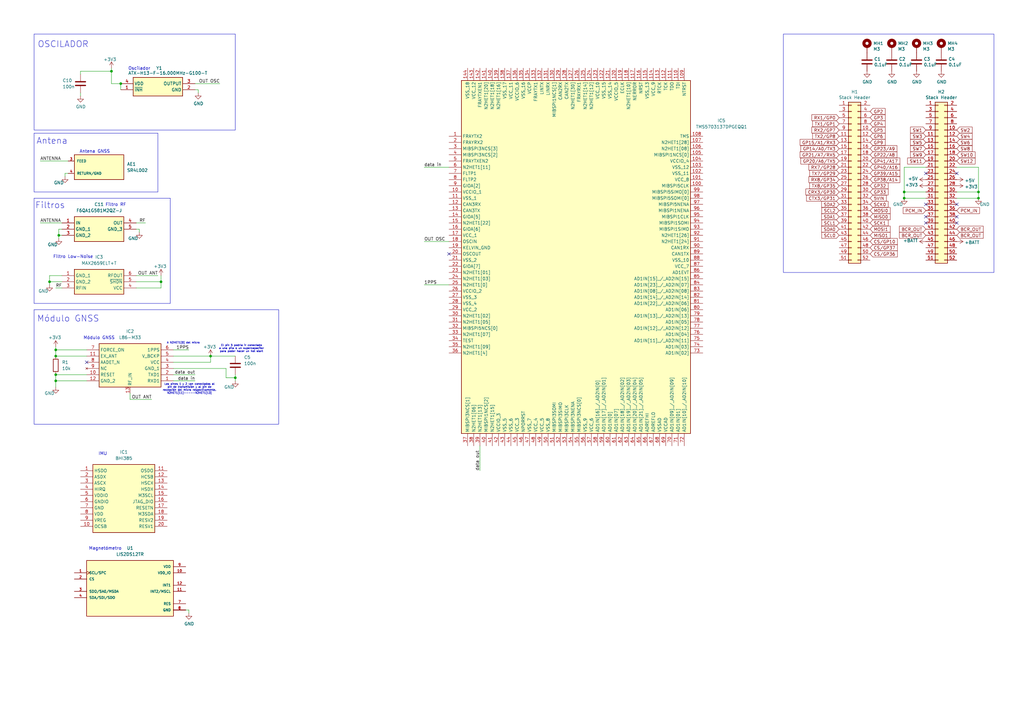
<source format=kicad_sch>
(kicad_sch (version 20250114) (generator "eeschema") (generator_version "9.0")
  (paper "A3")
  (title_block (title "Placa ADCS del nanosatélite Teidesat") (company "Teidesat") (comment 1 "Hugo Hernández Morales") (comment 2 "Ángel Castro Vega ") (comment 3 "Anibal Afonso Rodríguez"))
  (lib_symbols
    (symbol "ATX-H13-F-16_000MHz-G100-T:ATX-H13-F-16.000MHz-G100-T"
      (property "Reference" "Y" (at 26.67 7.62 0))
      (property "Value" "ATX-H13-F-16.000MHz-G100-T" (at 26.67 5.08 0))
      (symbol "ATX-H13-F-16.000MHz-G100-T_1_1"
        (pin passive line (at 0 0 0) (length 5.08) (name "VDD") (number "4"))
        (pin passive line (at 0 -2.54 0) (length 5.08) (name "~{INH}") (number "1"))
        (pin passive line (at 30.48 0 180) (length 5.08) (name "OUTPUT") (number "3"))
        (pin passive line (at 30.48 -2.54 180) (length 5.08) (name "GND") (number "2"))
      )
    )
    (symbol "BHI385:BHI385"
      (property "Reference" "IC" (at 31.75 7.62 0))
      (property "Value" "BHI385" (at 31.75 5.08 0))
      (symbol "BHI385_1_1"
        (pin passive line (at 0 0 0) (length 5.08) (name "HSDO") (number "1"))
        (pin passive line (at 0 -2.54 0) (length 5.08) (name "ASDX") (number "2"))
        (pin passive line (at 0 -5.08 0) (length 5.08) (name "ASCX") (number "3"))
        (pin passive line (at 0 -7.62 0) (length 5.08) (name "HIRQ") (number "4"))
        (pin passive line (at 0 -10.16 0) (length 5.08) (name "VDDIO") (number "5"))
        (pin passive line (at 0 -12.7 0) (length 5.08) (name "GNDIO") (number "6"))
        (pin passive line (at 0 -15.24 0) (length 5.08) (name "GND") (number "7"))
        (pin passive line (at 0 -17.78 0) (length 5.08) (name "VDD") (number "8"))
        (pin passive line (at 0 -20.32 0) (length 5.08) (name "VREG") (number "9"))
        (pin passive line (at 0 -22.86 0) (length 5.08) (name "OCSB") (number "10"))
        (pin passive line (at 35.56 0 180) (length 5.08) (name "OSDO") (number "11"))
        (pin passive line (at 35.56 -2.54 180) (length 5.08) (name "HCSB") (number "12"))
        (pin passive line (at 35.56 -5.08 180) (length 5.08) (name "HSCX") (number "13"))
        (pin passive line (at 35.56 -7.62 180) (length 5.08) (name "HSDX") (number "14"))
        (pin passive line (at 35.56 -10.16 180) (length 5.08) (name "M3SCL") (number "15"))
        (pin passive line (at 35.56 -12.7 180) (length 5.08) (name "JTAG_DIO") (number "16"))
        (pin passive line (at 35.56 -15.24 180) (length 5.08) (name "RESETN") (number "17"))
        (pin passive line (at 35.56 -17.78 180) (length 5.08) (name "M3SDA") (number "18"))
        (pin passive line (at 35.56 -20.32 180) (length 5.08) (name "RESV2") (number "19"))
        (pin passive line (at 35.56 -22.86 180) (length 5.08) (name "RESV1") (number "20"))
      )
    )
    (symbol "Connector_Generic:Conn_02x26_Odd_Even" (pin_names (offset 1.016) (hide yes))
      (property "Reference" "J" (at 1.27 33.02 0))
      (property "Value" "Conn_02x26_Odd_Even" (at 1.27 -35.56 0))
      (symbol "Conn_02x26_Odd_Even_1_1"
        (pin passive line (at -5.08 30.48 0) (length 3.81) (name "Pin_1") (number "1"))
        (pin passive line (at -5.08 27.94 0) (length 3.81) (name "Pin_3") (number "3"))
        (pin passive line (at -5.08 25.4 0) (length 3.81) (name "Pin_5") (number "5"))
        (pin passive line (at -5.08 22.86 0) (length 3.81) (name "Pin_7") (number "7"))
        (pin passive line (at -5.08 20.32 0) (length 3.81) (name "Pin_9") (number "9"))
        (pin passive line (at -5.08 17.78 0) (length 3.81) (name "Pin_11") (number "11"))
        (pin passive line (at -5.08 15.24 0) (length 3.81) (name "Pin_13") (number "13"))
        (pin passive line (at -5.08 12.7 0) (length 3.81) (name "Pin_15") (number "15"))
        (pin passive line (at -5.08 10.16 0) (length 3.81) (name "Pin_17") (number "17"))
        (pin passive line (at -5.08 7.62 0) (length 3.81) (name "Pin_19") (number "19"))
        (pin passive line (at -5.08 5.08 0) (length 3.81) (name "Pin_21") (number "21"))
        (pin passive line (at -5.08 2.54 0) (length 3.81) (name "Pin_23") (number "23"))
        (pin passive line (at -5.08 0 0) (length 3.81) (name "Pin_25") (number "25"))
        (pin passive line (at -5.08 -2.54 0) (length 3.81) (name "Pin_27") (number "27"))
        (pin passive line (at -5.08 -5.08 0) (length 3.81) (name "Pin_29") (number "29"))
        (pin passive line (at -5.08 -7.62 0) (length 3.81) (name "Pin_31") (number "31"))
        (pin passive line (at -5.08 -10.16 0) (length 3.81) (name "Pin_33") (number "33"))
        (pin passive line (at -5.08 -12.7 0) (length 3.81) (name "Pin_35") (number "35"))
        (pin passive line (at -5.08 -15.24 0) (length 3.81) (name "Pin_37") (number "37"))
        (pin passive line (at -5.08 -17.78 0) (length 3.81) (name "Pin_39") (number "39"))
        (pin passive line (at -5.08 -20.32 0) (length 3.81) (name "Pin_41") (number "41"))
        (pin passive line (at -5.08 -22.86 0) (length 3.81) (name "Pin_43") (number "43"))
        (pin passive line (at -5.08 -25.4 0) (length 3.81) (name "Pin_45") (number "45"))
        (pin passive line (at -5.08 -27.94 0) (length 3.81) (name "Pin_47") (number "47"))
        (pin passive line (at -5.08 -30.48 0) (length 3.81) (name "Pin_49") (number "49"))
        (pin passive line (at -5.08 -33.02 0) (length 3.81) (name "Pin_51") (number "51"))
        (pin passive line (at 7.62 30.48 180) (length 3.81) (name "Pin_2") (number "2"))
        (pin passive line (at 7.62 27.94 180) (length 3.81) (name "Pin_4") (number "4"))
        (pin passive line (at 7.62 25.4 180) (length 3.81) (name "Pin_6") (number "6"))
        (pin passive line (at 7.62 22.86 180) (length 3.81) (name "Pin_8") (number "8"))
        (pin passive line (at 7.62 20.32 180) (length 3.81) (name "Pin_10") (number "10"))
        (pin passive line (at 7.62 17.78 180) (length 3.81) (name "Pin_12") (number "12"))
        (pin passive line (at 7.62 15.24 180) (length 3.81) (name "Pin_14") (number "14"))
        (pin passive line (at 7.62 12.7 180) (length 3.81) (name "Pin_16") (number "16"))
        (pin passive line (at 7.62 10.16 180) (length 3.81) (name "Pin_18") (number "18"))
        (pin passive line (at 7.62 7.62 180) (length 3.81) (name "Pin_20") (number "20"))
        (pin passive line (at 7.62 5.08 180) (length 3.81) (name "Pin_22") (number "22"))
        (pin passive line (at 7.62 2.54 180) (length 3.81) (name "Pin_24") (number "24"))
        (pin passive line (at 7.62 0 180) (length 3.81) (name "Pin_26") (number "26"))
        (pin passive line (at 7.62 -2.54 180) (length 3.81) (name "Pin_28") (number "28"))
        (pin passive line (at 7.62 -5.08 180) (length 3.81) (name "Pin_30") (number "30"))
        (pin passive line (at 7.62 -7.62 180) (length 3.81) (name "Pin_32") (number "32"))
        (pin passive line (at 7.62 -10.16 180) (length 3.81) (name "Pin_34") (number "34"))
        (pin passive line (at 7.62 -12.7 180) (length 3.81) (name "Pin_36") (number "36"))
        (pin passive line (at 7.62 -15.24 180) (length 3.81) (name "Pin_38") (number "38"))
        (pin passive line (at 7.62 -17.78 180) (length 3.81) (name "Pin_40") (number "40"))
        (pin passive line (at 7.62 -20.32 180) (length 3.81) (name "Pin_42") (number "42"))
        (pin passive line (at 7.62 -22.86 180) (length 3.81) (name "Pin_44") (number "44"))
        (pin passive line (at 7.62 -25.4 180) (length 3.81) (name "Pin_46") (number "46"))
        (pin passive line (at 7.62 -27.94 180) (length 3.81) (name "Pin_48") (number "48"))
        (pin passive line (at 7.62 -30.48 180) (length 3.81) (name "Pin_50") (number "50"))
        (pin passive line (at 7.62 -33.02 180) (length 3.81) (name "Pin_52") (number "52"))
      )
    )
    (symbol "Device:C" (pin_numbers (hide yes)) (pin_names (offset 0.254))
      (property "Reference" "C" (at 0.635 2.54 0))
      (property "Value" "C" (at 0.635 -2.54 0))
      (symbol "C_1_1"
        (pin passive line (at 0 3.81 270) (length 2.794) (name "~") (number "1"))
        (pin passive line (at 0 -3.81 90) (length 2.794) (name "~") (number "2"))
      )
    )
    (symbol "Device:R" (pin_numbers (hide yes)) (pin_names (offset 0))
      (property "Reference" "R" (at 2.032 0 90))
      (property "Value" "R" (at 0 0 90))
      (symbol "R_1_1"
        (pin passive line (at 0 3.81 270) (length 1.27) (name "~") (number "1"))
        (pin passive line (at 0 -3.81 90) (length 1.27) (name "~") (number "2"))
      )
    )
    (symbol "F6QA1G581M2QZ-J:F6QA1G581M2QZ-J"
      (property "Reference" "C" (at 26.67 7.62 0))
      (property "Value" "F6QA1G581M2QZ-J" (at 26.67 5.08 0))
      (symbol "F6QA1G581M2QZ-J_1_1"
        (pin passive line (at 0 0 0) (length 5.08) (name "IN") (number "1"))
        (pin passive line (at 0 -2.54 0) (length 5.08) (name "GND_1") (number "2"))
        (pin passive line (at 0 -5.08 0) (length 5.08) (name "GND_2") (number "3"))
        (pin passive line (at 30.48 0 180) (length 5.08) (name "OUT") (number "4"))
        (pin passive line (at 30.48 -2.54 180) (length 5.08) (name "GND_3") (number "5"))
      )
    )
    (symbol "L86-M33:L86-M33"
      (property "Reference" "IC2" (at 17.78 7.62 0))
      (property "Value" "L86-M33" (at 17.78 5.08 0))
      (symbol "L86-M33_1_1"
        (pin passive line (at 0 0 0) (length 5.08) (name "FORCE_ON") (number "7"))
        (pin passive line (at 0 -2.54 0) (length 5.08) (name "EX_ANT") (number "11"))
        (pin passive line (at 0 -5.08 0) (length 5.08) (name "AADET_N") (number "8"))
        (pin no_connect line (at 0 -7.62 0) (length 5.08) (name "NC") (number "9"))
        (pin passive line (at 0 -10.16 0) (length 5.08) (name "RESET") (number "10"))
        (pin passive line (at 0 -12.7 0) (length 5.08) (name "GND_2") (number "12"))
        (pin input line (at 17.78 -17.78 90) (length 2.54) (name "RF_IN") (number "13"))
        (pin passive line (at 35.56 0 180) (length 5.08) (name "1PPS") (number "6"))
        (pin passive line (at 35.56 -2.54 180) (length 5.08) (name "V_BCKP") (number "5"))
        (pin passive line (at 35.56 -5.08 180) (length 5.08) (name "VCC") (number "4"))
        (pin passive line (at 35.56 -7.62 180) (length 5.08) (name "GND_1") (number "3"))
        (pin passive line (at 35.56 -10.16 180) (length 5.08) (name "TXD1") (number "2"))
        (pin passive line (at 35.56 -12.7 180) (length 5.08) (name "RXD1") (number "1"))
      )
    )
    (symbol "LIS2DS12TR:LIS2DS12TR" (pin_names (offset 1.016))
      (property "Reference" "U" (at -17.781 10.6686 0))
      (property "Value" "LIS2DS12TR" (at -17.7899 -15.7568 0))
      (symbol "LIS2DS12TR_0_0"
        (pin input clock (at -22.86 5.08 0) (length 5.08) (name "SCL/SPC") (number "1"))
        (pin input line (at -22.86 2.54 0) (length 5.08) (name "CS") (number "2"))
        (pin bidirectional line (at -22.86 -2.54 0) (length 5.08) (name "SDO/SA0/MSDA") (number "3"))
        (pin bidirectional line (at -22.86 -5.08 0) (length 5.08) (name "SDA/SDI/SDO") (number "4"))
        (pin power_in line (at 22.86 7.62 180) (length 5.08) (name "VDD") (number "9"))
        (pin power_in line (at 22.86 5.08 180) (length 5.08) (name "VDD_IO") (number "10"))
        (pin output line (at 22.86 0 180) (length 5.08) (name "INT1") (number "12"))
        (pin output line (at 22.86 -2.54 180) (length 5.08) (name "INT2/MSCL") (number "11"))
        (pin passive line (at 22.86 -7.62 180) (length 5.08) (name "RES") (number "7"))
        (pin power_in line (at 22.86 -10.16 180) (length 5.08) (name "GND") (number "6"))
        (pin power_in line (at 22.86 -10.16 180) (length 5.08) (name "GND") (number "8"))
      )
    )
    (symbol "MAX2659ELT+T:MAX2659ELT+T"
      (property "Reference" "IC" (at 26.67 7.62 0))
      (property "Value" "MAX2659ELT+T" (at 26.67 5.08 0))
      (symbol "MAX2659ELT+T_1_1"
        (pin passive line (at 0 0 0) (length 5.08) (name "GND_1") (number "1"))
        (pin passive line (at 0 -2.54 0) (length 5.08) (name "GND_2") (number "2"))
        (pin passive line (at 0 -5.08 0) (length 5.08) (name "RFIN") (number "3"))
        (pin passive line (at 30.48 0 180) (length 5.08) (name "RFOUT") (number "6"))
        (pin passive line (at 30.48 -2.54 180) (length 5.08) (name "~{SHDN}") (number "5"))
        (pin passive line (at 30.48 -5.08 180) (length 5.08) (name "VCC") (number "4"))
      )
    )
    (symbol "Mechanical:MountingHole_Pad" (pin_numbers (hide yes)) (pin_names (offset 1.016) (hide yes))
      (property "Reference" "H" (at 0 6.35 0))
      (property "Value" "MountingHole_Pad" (at 0 4.445 0))
      (symbol "MountingHole_Pad_1_1"
        (pin input line (at 0 -2.54 90) (length 2.54) (name "1") (number "1"))
      )
    )
    (symbol "SR4L002:SR4L002" (pin_names (offset 1.016))
      (property "Reference" "AE" (at -10.1604 5.0802 0))
      (property "Value" "SR4L002" (at -10.1617 -7.6213 0))
      (symbol "SR4L002_0_0"
        (pin bidirectional line (at -12.7 2.54 0) (length 2.54) (name "FEED") (number "3"))
        (pin power_in line (at -12.7 -2.54 0) (length 2.54) (name "RETURN/GND") (number "4"))
      )
    )
    (symbol "THVD1400DR:THVD1400DR"
      (property "Reference" "IC" (at 21.59 7.62 0))
      (property "Value" "THVD1400DR" (at 21.59 5.08 0))
      (symbol "THVD1400DR_1_1"
        (pin passive line (at 0 0 0) (length 5.08) (name "R") (number "1"))
        (pin passive line (at 0 -2.54 0) (length 5.08) (name "~{RE}") (number "2"))
        (pin passive line (at 0 -5.08 0) (length 5.08) (name "DE") (number "3"))
        (pin passive line (at 0 -7.62 0) (length 5.08) (name "D") (number "4"))
        (pin passive line (at 25.4 0 180) (length 5.08) (name "VCC") (number "8"))
        (pin passive line (at 25.4 -2.54 180) (length 5.08) (name "B") (number "7"))
        (pin passive line (at 25.4 -5.08 180) (length 5.08) (name "A") (number "6"))
        (pin passive line (at 25.4 -7.62 180) (length 5.08) (name "GND") (number "5"))
      )
    )
    (symbol "TMS5703137DPGEQQ1:TMS5703137DPGEQQ1"
      (property "Reference" "IC" (at 100.33 27.94 0))
      (property "Value" "TMS5703137DPGEQQ1" (at 100.33 25.4 0))
      (symbol "TMS5703137DPGEQQ1_1_1"
        (pin passive line (at 0 0 0) (length 5.08) (name "FRAYTX2") (number "1"))
        (pin passive line (at 0 -2.54 0) (length 5.08) (name "FRAYRX2") (number "2"))
        (pin passive line (at 0 -5.08 0) (length 5.08) (name "MIBSPI3NCS[3]") (number "3"))
        (pin passive line (at 0 -7.62 0) (length 5.08) (name "MIBSPI3NCS[2]") (number "4"))
        (pin passive line (at 0 -10.16 0) (length 5.08) (name "FRAYTXEN2") (number "5"))
        (pin passive line (at 0 -12.7 0) (length 5.08) (name "N2HET1[11]") (number "6"))
        (pin passive line (at 0 -15.24 0) (length 5.08) (name "FLTP1") (number "7"))
        (pin passive line (at 0 -17.78 0) (length 5.08) (name "FLTP2") (number "8"))
        (pin passive line (at 0 -20.32 0) (length 5.08) (name "GIOA[2]") (number "9"))
        (pin passive line (at 0 -22.86 0) (length 5.08) (name "VCCIO_1") (number "10"))
        (pin passive line (at 0 -25.4 0) (length 5.08) (name "VSS_1") (number "11"))
        (pin passive line (at 0 -27.94 0) (length 5.08) (name "CAN3RX") (number "12"))
        (pin passive line (at 0 -30.48 0) (length 5.08) (name "CAN3TX") (number "13"))
        (pin passive line (at 0 -33.02 0) (length 5.08) (name "GIOA[5]") (number "14"))
        (pin passive line (at 0 -35.56 0) (length 5.08) (name "N2HET1[22]") (number "15"))
        (pin passive line (at 0 -38.1 0) (length 5.08) (name "GIOA[6]") (number "16"))
        (pin passive line (at 0 -40.64 0) (length 5.08) (name "VCC_1") (number "17"))
        (pin passive line (at 0 -43.18 0) (length 5.08) (name "OSCIN") (number "18"))
        (pin passive line (at 0 -45.72 0) (length 5.08) (name "KELVIN_GND") (number "19"))
        (pin passive line (at 0 -48.26 0) (length 5.08) (name "OSCOUT") (number "20"))
        (pin passive line (at 0 -50.8 0) (length 5.08) (name "VSS_2") (number "21"))
        (pin passive line (at 0 -53.34 0) (length 5.08) (name "GIOA[7]") (number "22"))
        (pin passive line (at 0 -55.88 0) (length 5.08) (name "N2HET1[01]") (number "23"))
        (pin passive line (at 0 -58.42 0) (length 5.08) (name "N2HET1[03]") (number "24"))
        (pin passive line (at 0 -60.96 0) (length 5.08) (name "N2HET1[0]") (number "25"))
        (pin passive line (at 0 -63.5 0) (length 5.08) (name "VCCIO_2") (number "26"))
        (pin passive line (at 0 -66.04 0) (length 5.08) (name "VSS_3") (number "27"))
        (pin passive line (at 0 -68.58 0) (length 5.08) (name "VSS_4") (number "28"))
        (pin passive line (at 0 -71.12 0) (length 5.08) (name "VCC_2") (number "29"))
        (pin passive line (at 0 -73.66 0) (length 5.08) (name "N2HET1[02]") (number "30"))
        (pin passive line (at 0 -76.2 0) (length 5.08) (name "N2HET1[05]") (number "31"))
        (pin passive line (at 0 -78.74 0) (length 5.08) (name "MIBSPI5NCS[0]") (number "32"))
        (pin passive line (at 0 -81.28 0) (length 5.08) (name "N2HET1[07]") (number "33"))
        (pin passive line (at 0 -83.82 0) (length 5.08) (name "TEST") (number "34"))
        (pin passive line (at 0 -86.36 0) (length 5.08) (name "N2HET1[09]") (number "35"))
        (pin passive line (at 0 -88.9 0) (length 5.08) (name "N2HET1[4]") (number "36"))
        (pin passive line (at 7.62 27.94 270) (length 5.08) (name "VSS_18") (number "144"))
        (pin passive line (at 7.62 -127 90) (length 5.08) (name "MIBSPI3NCS[1]") (number "37"))
        (pin passive line (at 10.16 27.94 270) (length 5.08) (name "VCC_12") (number "143"))
        (pin passive line (at 10.16 -127 90) (length 5.08) (name "N2HET1[06]") (number "38"))
        (pin passive line (at 12.7 27.94 270) (length 5.08) (name "FRAYTXEN1") (number "142"))
        (pin passive line (at 12.7 -127 90) (length 5.08) (name "N2HET1[13]") (number "39"))
        (pin passive line (at 15.24 27.94 270) (length 5.08) (name "N2HET1[20]") (number "141"))
        (pin passive line (at 15.24 -127 90) (length 5.08) (name "MIBSPI1NCS[2]") (number "40"))
        (pin passive line (at 17.78 27.94 270) (length 5.08) (name "N2HET1[18]") (number "140"))
        (pin passive line (at 17.78 -127 90) (length 5.08) (name "N2HET1[15]") (number "41"))
        (pin passive line (at 20.32 27.94 270) (length 5.08) (name "N2HET1[16]") (number "139"))
        (pin passive line (at 20.32 -127 90) (length 5.08) (name "VCCIO_3") (number "42"))
        (pin passive line (at 22.86 27.94 270) (length 5.08) (name "VSS_17") (number "138"))
        (pin passive line (at 22.86 -127 90) (length 5.08) (name "VSS_5") (number "43"))
        (pin passive line (at 25.4 27.94 270) (length 5.08) (name "VCC_11") (number "137"))
        (pin passive line (at 25.4 -127 90) (length 5.08) (name "VSS_6") (number "44"))
        (pin passive line (at 27.94 27.94 270) (length 5.08) (name "VCCIO_6") (number "136"))
        (pin passive line (at 27.94 -127 90) (length 5.08) (name "VCC_3") (number "45"))
        (pin passive line (at 30.48 27.94 270) (length 5.08) (name "VSS_16") (number "135"))
        (pin passive line (at 30.48 -127 90) (length 5.08) (name "NPORRST") (number "46"))
        (pin passive line (at 33.02 27.94 270) (length 5.08) (name "VCCP") (number "134"))
        (pin passive line (at 33.02 -127 90) (length 5.08) (name "VSS_7") (number "47"))
        (pin passive line (at 35.56 27.94 270) (length 5.08) (name "FRAYTX1") (number "133"))
        (pin passive line (at 35.56 -127 90) (length 5.08) (name "VCC_4") (number "48"))
        (pin passive line (at 38.1 27.94 270) (length 5.08) (name "LINTX") (number "132"))
        (pin passive line (at 38.1 -127 90) (length 5.08) (name "VCC_5") (number "49"))
        (pin passive line (at 40.64 27.94 270) (length 5.08) (name "LINRX") (number "131"))
        (pin passive line (at 40.64 -127 90) (length 5.08) (name "VSS_8") (number "50"))
        (pin passive line (at 43.18 27.94 270) (length 5.08) (name "MIBSPI1NCS[1]") (number "130"))
        (pin passive line (at 43.18 -127 90) (length 5.08) (name "MIBSPI3SOMI") (number "51"))
        (pin passive line (at 45.72 27.94 270) (length 5.08) (name "CAN2RX") (number "129"))
        (pin passive line (at 45.72 -127 90) (length 5.08) (name "MIBSPI3SIMO") (number "52"))
        (pin passive line (at 48.26 27.94 270) (length 5.08) (name "CAN2TX") (number "128"))
        (pin passive line (at 48.26 -127 90) (length 5.08) (name "MIBSPI3CLK") (number "53"))
        (pin passive line (at 50.8 27.94 270) (length 5.08) (name "N2HET1[30]") (number "127"))
        (pin passive line (at 50.8 -127 90) (length 5.08) (name "MIBSPI3NENA") (number "54"))
        (pin passive line (at 53.34 27.94 270) (length 5.08) (name "FRAYRX1") (number "126"))
        (pin passive line (at 53.34 -127 90) (length 5.08) (name "MIBSPI3NCS[0]") (number "55"))
        (pin passive line (at 55.88 27.94 270) (length 5.08) (name "N2HET1[14]") (number "125"))
        (pin passive line (at 55.88 -127 90) (length 5.08) (name "VSS_9") (number "56"))
        (pin passive line (at 58.42 27.94 270) (length 5.08) (name "N2HET1[12]") (number "124"))
        (pin passive line (at 58.42 -127 90) (length 5.08) (name "VCC_6") (number "57"))
        (pin passive line (at 60.96 27.94 270) (length 5.08) (name "VCC_10") (number "123"))
        (pin passive line (at 60.96 -127 90) (length 5.08) (name "AD1IN[16]_/_AD2IN[0]") (number "58"))
        (pin passive line (at 63.5 27.94 270) (length 5.08) (name "VSS_15") (number "122"))
        (pin passive line (at 63.5 -127 90) (length 5.08) (name "AD1IN[17]_/_AD2IN[01]") (number "59"))
        (pin passive line (at 66.04 27.94 270) (length 5.08) (name "VSS_14") (number "121"))
        (pin passive line (at 66.04 -127 90) (length 5.08) (name "AD1IN[0]") (number "60"))
        (pin passive line (at 68.58 27.94 270) (length 5.08) (name "VCCIO_5") (number "120"))
        (pin passive line (at 68.58 -127 90) (length 5.08) (name "AD1IN[07]") (number "61"))
        (pin passive line (at 71.12 27.94 270) (length 5.08) (name "ECLK") (number "119"))
        (pin passive line (at 71.12 -127 90) (length 5.08) (name "AD1IN[18]_/_AD2IN[02]") (number "62"))
        (pin passive line (at 73.66 27.94 270) (length 5.08) (name "N2HET1[10]") (number "118"))
        (pin passive line (at 73.66 -127 90) (length 5.08) (name "AD1IN[19]_/_AD2IN[03]") (number "63"))
        (pin passive line (at 76.2 27.94 270) (length 5.08) (name "NERROR") (number "117"))
        (pin passive line (at 76.2 -127 90) (length 5.08) (name "AD1IN[20]_/_AD2IN[04]") (number "64"))
        (pin passive line (at 78.74 27.94 270) (length 5.08) (name "NRST") (number "116"))
        (pin passive line (at 78.74 -127 90) (length 5.08) (name "AD1IN[21]_/_AD2IN[05]") (number "65"))
        (pin passive line (at 81.28 27.94 270) (length 5.08) (name "VSS_13") (number "115"))
        (pin passive line (at 81.28 -127 90) (length 5.08) (name "ADREFHI") (number "66"))
        (pin passive line (at 83.82 27.94 270) (length 5.08) (name "VCC_9") (number "114"))
        (pin passive line (at 83.82 -127 90) (length 5.08) (name "ADREFLO") (number "67"))
        (pin passive line (at 86.36 27.94 270) (length 5.08) (name "RTCK") (number "113"))
        (pin passive line (at 86.36 -127 90) (length 5.08) (name "VSSAD") (number "68"))
        (pin passive line (at 88.9 27.94 270) (length 5.08) (name "TCK") (number "112"))
        (pin passive line (at 88.9 -127 90) (length 5.08) (name "VCCAD") (number "69"))
        (pin passive line (at 91.44 27.94 270) (length 5.08) (name "TDO") (number "111"))
        (pin passive line (at 91.44 -127 90) (length 5.08) (name "AD1IN[09]_/_AD2IN[09]") (number "70"))
        (pin passive line (at 93.98 27.94 270) (length 5.08) (name "TDI") (number "110"))
        (pin passive line (at 93.98 -127 90) (length 5.08) (name "AD1IN[01]") (number "71"))
        (pin passive line (at 96.52 27.94 270) (length 5.08) (name "NTRST") (number "109"))
        (pin passive line (at 96.52 -127 90) (length 5.08) (name "AD1IN[10]_/_AD2IN[10]") (number "72"))
        (pin passive line (at 104.14 0 180) (length 5.08) (name "TMS") (number "108"))
        (pin passive line (at 104.14 -2.54 180) (length 5.08) (name "N2HET1[28]") (number "107"))
        (pin passive line (at 104.14 -5.08 180) (length 5.08) (name "N2HET1[08]") (number "106"))
        (pin passive line (at 104.14 -7.62 180) (length 5.08) (name "MIBSPI1NCS[0]") (number "105"))
        (pin passive line (at 104.14 -10.16 180) (length 5.08) (name "VCCIO_4") (number "104"))
        (pin passive line (at 104.14 -12.7 180) (length 5.08) (name "VSS_12") (number "103"))
        (pin passive line (at 104.14 -15.24 180) (length 5.08) (name "VSS_11") (number "102"))
        (pin passive line (at 104.14 -17.78 180) (length 5.08) (name "VCC_8") (number "101"))
        (pin passive line (at 104.14 -20.32 180) (length 5.08) (name "MIBSPI5CLK") (number "100"))
        (pin passive line (at 104.14 -22.86 180) (length 5.08) (name "MIBSPI5SIMO[0]") (number "99"))
        (pin passive line (at 104.14 -25.4 180) (length 5.08) (name "MIBSPI5SOMI[0]") (number "98"))
        (pin passive line (at 104.14 -27.94 180) (length 5.08) (name "MIBSPI5NENA") (number "97"))
        (pin passive line (at 104.14 -30.48 180) (length 5.08) (name "MIBSPI1NENA") (number "96"))
        (pin passive line (at 104.14 -33.02 180) (length 5.08) (name "MIBSPI1CLK") (number "95"))
        (pin passive line (at 104.14 -35.56 180) (length 5.08) (name "MIBSPI1SOMI") (number "94"))
        (pin passive line (at 104.14 -38.1 180) (length 5.08) (name "MIBSPI1SIMO") (number "93"))
        (pin passive line (at 104.14 -40.64 180) (length 5.08) (name "N2HET1[26]") (number "92"))
        (pin passive line (at 104.14 -43.18 180) (length 5.08) (name "N2HET1[24]") (number "91"))
        (pin passive line (at 104.14 -45.72 180) (length 5.08) (name "CAN1RX") (number "90"))
        (pin passive line (at 104.14 -48.26 180) (length 5.08) (name "CAN1TX") (number "89"))
        (pin passive line (at 104.14 -50.8 180) (length 5.08) (name "VSS_10") (number "88"))
        (pin passive line (at 104.14 -53.34 180) (length 5.08) (name "VCC_7") (number "87"))
        (pin passive line (at 104.14 -55.88 180) (length 5.08) (name "AD1EVT") (number "86"))
        (pin passive line (at 104.14 -58.42 180) (length 5.08) (name "AD1IN[15]_/_AD2IN[15]") (number "85"))
        (pin passive line (at 104.14 -60.96 180) (length 5.08) (name "AD1IN[23]_/_AD2IN[07]") (number "84"))
        (pin passive line (at 104.14 -63.5 180) (length 5.08) (name "AD1IN[08]_/_AD2IN[08]") (number "83"))
        (pin passive line (at 104.14 -66.04 180) (length 5.08) (name "AD1IN[14]_/_AD2IN[14]") (number "82"))
        (pin passive line (at 104.14 -68.58 180) (length 5.08) (name "AD1IN[22]_/_AD2IN[06]") (number "81"))
        (pin passive line (at 104.14 -71.12 180) (length 5.08) (name "AD1IN[06]") (number "80"))
        (pin passive line (at 104.14 -73.66 180) (length 5.08) (name "AD1IN[13]_/_AD2IN[13]") (number "79"))
        (pin passive line (at 104.14 -76.2 180) (length 5.08) (name "AD1IN[05]") (number "78"))
        (pin passive line (at 104.14 -78.74 180) (length 5.08) (name "AD1IN[12]_/_AD2IN[12]") (number "77"))
        (pin passive line (at 104.14 -81.28 180) (length 5.08) (name "AD1IN[04]") (number "76"))
        (pin passive line (at 104.14 -83.82 180) (length 5.08) (name "AD1IN[11]_/_AD2IN[11]") (number "75"))
        (pin passive line (at 104.14 -86.36 180) (length 5.08) (name "AD1IN[03]") (number "74"))
        (pin passive line (at 104.14 -88.9 180) (length 5.08) (name "AD1IN[02]") (number "73"))
      )
    )
    (symbol "power:+3V3" (power) (pin_names (offset 0))
      (property "Value" "+3V3" (at 0 3.556 0))
      (symbol "+3V3_1_1"
        (pin power_in line (at 0 0 90) (length 0) (hide yes) (name "+3V3") (number "1"))
      )
    )
    (symbol "power:+5V" (power) (pin_names (offset 0))
      (property "Value" "+5V" (at 0 3.556 0))
      (symbol "+5V_1_1"
        (pin power_in line (at 0 0 90) (length 0) (hide yes) (name "+5V") (number "1"))
      )
    )
    (symbol "power:+BATT" (power) (pin_names (offset 0))
      (property "Value" "+BATT" (at 0 3.556 0))
      (symbol "+BATT_1_1"
        (pin power_in line (at 0 0 90) (length 0) (hide yes) (name "+BATT") (number "1"))
      )
    )
    (symbol "power:GND" (power) (pin_names (offset 0))
      (property "Value" "GND" (at 0 -3.81 0))
      (symbol "GND_1_1"
        (pin power_in line (at 0 0 270) (length 0) (hide yes) (name "GND") (number "1"))
      )
    )
  )
  (rectangle (start 13.97 127) (end 114.3 173.99))
  (rectangle (start 13.97 54.61) (end 64.77 78.74))
  (rectangle (start 13.97 13.97) (end 96.52 53.34))
  (rectangle (start 321.31 13.97) (end 407.67 111.76))
  (rectangle (start 13.97 81.28) (end 69.85 124.46))
  (text "A N2HET1[0] del micro" (at 75.184 140.716 0) (effects (font (size 0.762 0.762))))
  (text "OSCILADOR" (at 25.908 18.288 0) (effects (font (size 2.54 2.54))))
  (text "Módulo GNSS" (at 40.64 138.684 0) (effects (font (size 1.27 1.27))))
  (text "Filtro RF\n" (at 47.498 84.074 0) (effects (font (size 1.27 1.27))))
  (text "Magnetómetro\n" (at 43.18 225.044 0) (effects (font (size 1.27 1.27))))
  (text "Módulo GNSS\n" (at 27.94 130.81 0) (effects (font (size 2.54 2.54))))
  (text "Interfaz digital hacia OBC" (at -141.478 140.97 0) (effects (font (size 1.27 1.27))))
  (text "Oscilador" (at 57.15 28.194 0) (effects (font (size 1.27 1.27))))
  (text "Filtro Low-Noise " (at 30.48 105.41 0) (effects (font (size 1.27 1.27))))
  (text "Antena GNSS" (at 38.862 62.23 0) (effects (font (size 1.27 1.27))))
  (text "Los pines 1 y 2 van conectados al\npin de transmisión y al pin de\nrecepción del micro respectivamente.\nN2HET1[11]-----N2HET1[13]" (at 77.724 159.512 0) (effects (font (size 0.762 0.762))))
  (text "Antena\n" (at 21.336 57.912 0) (effects (font (size 2.54 2.54))))
  (text "IMU" (at 42.164 186.182 0) (effects (font (size 1.27 1.27))))
  (text "Filtros" (at 20.574 84.328 0) (effects (font (size 2.54 2.54))))
  (text "El pin 5 podría ir conectado\na una pila o un supercapacitor\npara poder hacer un hot start" (at 99.06 143.002 0) (effects (font (size 0.762 0.762))))
  (junction (at 45.72 29.21))
  (junction (at 401.32 81.28))
  (junction (at 20.32 115.57))
  (junction (at 22.86 146.05))
  (junction (at 22.86 143.51))
  (junction (at 370.84 78.74))
  (junction (at 86.36 146.05))
  (junction (at 22.86 153.67))
  (junction (at 22.86 156.21))
  (junction (at 24.13 96.52))
  (junction (at 401.32 78.74))
  (junction (at 370.84 81.28))
  (junction (at 96.52 154.94))
  (junction (at 66.04 115.57))
  (junction (at 49.53 34.29))
  (no_connect (at 379.73 88.9))
  (no_connect (at 379.73 83.82))
  (no_connect (at 392.43 83.82))
  (no_connect (at 35.56 148.59))
  (no_connect (at 184.15 104.14))
  (no_connect (at 379.73 71.12))
  (no_connect (at 379.73 91.44))
  (no_connect (at 392.43 88.9))
  (no_connect (at 392.43 91.44))
  (no_connect (at 392.43 71.12))
  (wire (pts (xy 55.88 93.98) (xy 57.15 93.98)))
  (wire (pts (xy 25.4 113.03) (xy 20.32 113.03)))
  (wire (pts (xy 25.4 96.52) (xy 24.13 96.52)))
  (wire (pts (xy 66.04 113.03) (xy 66.04 115.57)))
  (wire (pts (xy 57.15 93.98) (xy 57.15 95.25)))
  (wire (pts (xy 22.86 142.24) (xy 22.86 143.51)))
  (wire (pts (xy 71.12 151.13) (xy 92.71 151.13)))
  (wire (pts (xy 22.86 156.21) (xy 22.86 158.75)))
  (wire (pts (xy 173.99 116.84) (xy 184.15 116.84)))
  (wire (pts (xy 66.04 118.11) (xy 55.88 118.11)))
  (wire (pts (xy 16.51 66.04) (xy 27.94 66.04)))
  (wire (pts (xy 71.12 153.67) (xy 80.01 153.67)))
  (wire (pts (xy 66.04 115.57) (xy 66.04 118.11)))
  (wire (pts (xy 53.34 163.83) (xy 62.23 163.83)))
  (wire (pts (xy 22.86 153.67) (xy 35.56 153.67)))
  (wire (pts (xy 16.51 91.44) (xy 25.4 91.44)))
  (wire (pts (xy -128.27 158.75) (xy -128.27 160.02)))
  (wire (pts (xy 96.52 154.94) (xy 96.52 156.21)))
  (wire (pts (xy 71.12 146.05) (xy 86.36 146.05)))
  (wire (pts (xy 370.84 68.58) (xy 370.84 78.74)))
  (wire (pts (xy 370.84 81.28) (xy 379.73 81.28)))
  (wire (pts (xy 370.84 78.74) (xy 379.73 78.74)))
  (wire (pts (xy 25.4 115.57) (xy 20.32 115.57)))
  (wire (pts (xy 80.01 34.29) (xy 90.17 34.29)))
  (wire (pts (xy 26.67 71.12) (xy 26.67 72.39)))
  (wire (pts (xy 20.32 113.03) (xy 20.32 115.57)))
  (wire (pts (xy 71.12 148.59) (xy 86.36 148.59)))
  (wire (pts (xy 45.72 34.29) (xy 49.53 34.29)))
  (wire (pts (xy 77.47 250.19) (xy 77.47 251.46)))
  (wire (pts (xy 392.43 81.28) (xy 401.32 81.28)))
  (wire (pts (xy 27.94 71.12) (xy 26.67 71.12)))
  (wire (pts (xy 401.32 68.58) (xy 401.32 78.74)))
  (wire (pts (xy 33.02 38.1) (xy 33.02 39.37)))
  (wire (pts (xy 20.32 115.57) (xy 20.32 116.84)))
  (wire (pts (xy -129.54 158.75) (xy -128.27 158.75)))
  (wire (pts (xy 401.32 68.58) (xy 392.43 68.58)))
  (wire (pts (xy 45.72 27.94) (xy 45.72 29.21)))
  (wire (pts (xy 401.32 78.74) (xy 401.32 81.28)))
  (wire (pts (xy 173.99 68.58) (xy 184.15 68.58)))
  (wire (pts (xy 92.71 151.13) (xy 92.71 154.94)))
  (wire (pts (xy 196.85 182.88) (xy 196.85 193.04)))
  (wire (pts (xy 86.36 146.05) (xy 86.36 148.59)))
  (wire (pts (xy 49.53 34.29) (xy 49.53 36.83)))
  (wire (pts (xy 22.86 143.51) (xy 35.56 143.51)))
  (wire (pts (xy 24.13 96.52) (xy 24.13 97.79)))
  (wire (pts (xy 80.01 36.83) (xy 81.28 36.83)))
  (wire (pts (xy 22.86 153.67) (xy 22.86 156.21)))
  (wire (pts (xy 25.4 93.98) (xy 24.13 93.98)))
  (wire (pts (xy 55.88 91.44) (xy 59.69 91.44)))
  (wire (pts (xy 392.43 78.74) (xy 401.32 78.74)))
  (wire (pts (xy 33.02 29.21) (xy 45.72 29.21)))
  (wire (pts (xy 71.12 156.21) (xy 80.01 156.21)))
  (wire (pts (xy 96.52 153.67) (xy 96.52 154.94)))
  (wire (pts (xy 370.84 78.74) (xy 370.84 81.28)))
  (wire (pts (xy 33.02 29.21) (xy 33.02 30.48)))
  (wire (pts (xy 379.73 68.58) (xy 370.84 68.58)))
  (wire (pts (xy 22.86 146.05) (xy 35.56 146.05)))
  (wire (pts (xy 22.86 118.11) (xy 25.4 118.11)))
  (wire (pts (xy 55.88 115.57) (xy 66.04 115.57)))
  (wire (pts (xy 86.36 146.05) (xy 96.52 146.05)))
  (wire (pts (xy 22.86 156.21) (xy 35.56 156.21)))
  (wire (pts (xy 24.13 93.98) (xy 24.13 96.52)))
  (wire (pts (xy 76.2 250.19) (xy 77.47 250.19)))
  (wire (pts (xy 81.28 36.83) (xy 81.28 38.1)))
  (wire (pts (xy 173.99 99.06) (xy 184.15 99.06)))
  (wire (pts (xy 92.71 154.94) (xy 96.52 154.94)))
  (wire (pts (xy 55.88 113.03) (xy 64.77 113.03)))
  (wire (pts (xy 45.72 29.21) (xy 45.72 34.29)))
  (wire (pts (xy 22.86 146.05) (xy 22.86 143.51)))
  (wire (pts (xy 53.34 161.29) (xy 53.34 163.83)))
  (wire (pts (xy 71.12 143.51) (xy 77.47 143.51)))
  (label "OUT ANT" (at 62.23 163.83 180))
  (label "OUT OSC" (at 173.99 99.06 0))
  (label "1PPS" (at 173.99 116.84 0))
  (label "OUT ANT" (at 64.77 113.03 180))
  (label "ANTENNA" (at 16.51 91.44 0))
  (label "RF" (at 59.69 91.44 180))
  (label "1PPS" (at 77.47 143.51 180))
  (label "data in" (at 80.01 156.21 180))
  (label "ANTENNA" (at 16.51 66.04 0))
  (label "OUT OSC" (at 90.17 34.29 180))
  (label "RF" (at 22.86 118.11 0))
  (label "data in" (at 173.99 68.58 0))
  (label "data out" (at 196.85 193.04 90))
  (label "data out" (at 80.01 153.67 180))
  (global_label "GP4" (shape input) (at 356.87 50.8 0) (property "Intersheetrefs" "${INTERSHEET_REFS}" (effects (hide yes))))
  (global_label "TX8{slash}GP35" (shape input) (at 344.17 76.2 180) (property "Intersheetrefs" "${INTERSHEET_REFS}" (effects (hide yes))))
  (global_label "CRX3{slash}GP30" (shape input) (at 344.17 78.74 180) (property "Intersheetrefs" "${INTERSHEET_REFS}" (effects (hide yes))))
  (global_label "SW3" (shape input) (at 379.73 55.88 180) (property "Intersheetrefs" "${INTERSHEET_REFS}" (effects (hide yes))))
  (global_label "SCK1" (shape input) (at 356.87 91.44 0) (property "Intersheetrefs" "${INTERSHEET_REFS}" (effects (hide yes))))
  (global_label "RX8{slash}GP34" (shape input) (at 344.17 73.66 180) (property "Intersheetrefs" "${INTERSHEET_REFS}" (effects (hide yes))))
  (global_label "TX1{slash}GP1" (shape input) (at 344.17 50.8 180) (property "Intersheetrefs" "${INTERSHEET_REFS}" (effects (hide yes))))
  (global_label "RX2{slash}GP7" (shape input) (at 344.17 53.34 180) (property "Intersheetrefs" "${INTERSHEET_REFS}" (effects (hide yes))))
  (global_label "SW11" (shape input) (at 379.73 66.04 180) (property "Intersheetrefs" "${INTERSHEET_REFS}" (effects (hide yes))))
  (global_label "GP2" (shape input) (at 356.87 45.72 0) (property "Intersheetrefs" "${INTERSHEET_REFS}" (effects (hide yes))))
  (global_label "SW5" (shape input) (at 379.73 58.42 180) (property "Intersheetrefs" "${INTERSHEET_REFS}" (effects (hide yes))))
  (global_label "BCR_OUT" (shape input) (at 392.43 93.98 0) (property "Intersheetrefs" "${INTERSHEET_REFS}" (effects (hide yes))))
  (global_label "GP38{slash}A14" (shape input) (at 356.87 73.66 0) (property "Intersheetrefs" "${INTERSHEET_REFS}" (effects (hide yes))))
  (global_label "5VIN" (shape input) (at 356.87 81.28 0) (property "Intersheetrefs" "${INTERSHEET_REFS}" (effects (hide yes))))
  (global_label "GP39{slash}A15" (shape input) (at 356.87 71.12 0) (property "Intersheetrefs" "${INTERSHEET_REFS}" (effects (hide yes))))
  (global_label "GP21{slash}A7{slash}RX5" (shape input) (at 344.17 63.5 180) (property "Intersheetrefs" "${INTERSHEET_REFS}" (effects (hide yes))))
  (global_label "SW8" (shape input) (at 392.43 60.96 0) (property "Intersheetrefs" "${INTERSHEET_REFS}" (effects (hide yes))))
  (global_label "SW1" (shape input) (at 379.73 53.34 180) (property "Intersheetrefs" "${INTERSHEET_REFS}" (effects (hide yes))))
  (global_label "GP20{slash}A6{slash}TX5" (shape input) (at 344.17 66.04 180) (property "Intersheetrefs" "${INTERSHEET_REFS}" (effects (hide yes))))
  (global_label "GP40{slash}A16" (shape input) (at 356.87 68.58 0) (property "Intersheetrefs" "${INTERSHEET_REFS}" (effects (hide yes))))
  (global_label "GP33" (shape input) (at 356.87 78.74 0) (property "Intersheetrefs" "${INTERSHEET_REFS}" (effects (hide yes))))
  (global_label "MISO1" (shape input) (at 356.87 96.52 0) (property "Intersheetrefs" "${INTERSHEET_REFS}" (effects (hide yes))))
  (global_label "GP15{slash}A1{slash}RX3" (shape input) (at 344.17 58.42 180) (property "Intersheetrefs" "${INTERSHEET_REFS}" (effects (hide yes))))
  (global_label "RX1{slash}GP0" (shape input) (at 344.17 48.26 180) (property "Intersheetrefs" "${INTERSHEET_REFS}" (effects (hide yes))))
  (global_label "SW10" (shape input) (at 392.43 63.5 0) (property "Intersheetrefs" "${INTERSHEET_REFS}" (effects (hide yes))))
  (global_label "SCK0" (shape input) (at 356.87 83.82 0) (property "Intersheetrefs" "${INTERSHEET_REFS}" (effects (hide yes))))
  (global_label "SCL0" (shape input) (at 344.17 96.52 180) (property "Intersheetrefs" "${INTERSHEET_REFS}" (effects (hide yes))))
  (global_label "BCR_OUT" (shape input) (at 392.43 96.52 0) (property "Intersheetrefs" "${INTERSHEET_REFS}" (effects (hide yes))))
  (global_label "SCL1" (shape input) (at 344.17 91.44 180) (property "Intersheetrefs" "${INTERSHEET_REFS}" (effects (hide yes))))
  (global_label "MOSI0" (shape input) (at 356.87 86.36 0) (property "Intersheetrefs" "${INTERSHEET_REFS}" (effects (hide yes))))
  (global_label "MOSI1" (shape input) (at 356.87 93.98 0) (property "Intersheetrefs" "${INTERSHEET_REFS}" (effects (hide yes))))
  (global_label "BCR_OUT" (shape input) (at 379.73 96.52 180) (property "Intersheetrefs" "${INTERSHEET_REFS}" (effects (hide yes))))
  (global_label "TX2{slash}GP8" (shape input) (at 344.17 55.88 180) (property "Intersheetrefs" "${INTERSHEET_REFS}" (effects (hide yes))))
  (global_label "SW6" (shape input) (at 392.43 58.42 0) (property "Intersheetrefs" "${INTERSHEET_REFS}" (effects (hide yes))))
  (global_label "GP9" (shape input) (at 356.87 58.42 0) (property "Intersheetrefs" "${INTERSHEET_REFS}" (effects (hide yes))))
  (global_label "TX7{slash}GP29" (shape input) (at 344.17 71.12 180) (property "Intersheetrefs" "${INTERSHEET_REFS}" (effects (hide yes))))
  (global_label "BCR_OUT" (shape input) (at 379.73 93.98 180) (property "Intersheetrefs" "${INTERSHEET_REFS}" (effects (hide yes))))
  (global_label "RX7{slash}GP28" (shape input) (at 344.17 68.58 180) (property "Intersheetrefs" "${INTERSHEET_REFS}" (effects (hide yes))))
  (global_label "SCL2" (shape input) (at 344.17 86.36 180) (property "Intersheetrefs" "${INTERSHEET_REFS}" (effects (hide yes))))
  (global_label "MISO0" (shape input) (at 356.87 88.9 0) (property "Intersheetrefs" "${INTERSHEET_REFS}" (effects (hide yes))))
  (global_label "CS{slash}GP36" (shape input) (at 356.87 104.14 0) (property "Intersheetrefs" "${INTERSHEET_REFS}" (effects (hide yes))))
  (global_label "GP23{slash}A9" (shape input) (at 356.87 60.96 0) (property "Intersheetrefs" "${INTERSHEET_REFS}" (effects (hide yes))))
  (global_label "GP3" (shape input) (at 356.87 48.26 0) (property "Intersheetrefs" "${INTERSHEET_REFS}" (effects (hide yes))))
  (global_label "GP6" (shape input) (at 356.87 55.88 0) (property "Intersheetrefs" "${INTERSHEET_REFS}" (effects (hide yes))))
  (global_label "CS{slash}GP37" (shape input) (at 356.87 101.6 0) (property "Intersheetrefs" "${INTERSHEET_REFS}" (effects (hide yes))))
  (global_label "GP14{slash}A0{slash}TX3" (shape input) (at 344.17 60.96 180) (property "Intersheetrefs" "${INTERSHEET_REFS}" (effects (hide yes))))
  (global_label "SW7" (shape input) (at 379.73 60.96 180) (property "Intersheetrefs" "${INTERSHEET_REFS}" (effects (hide yes))))
  (global_label "SW4" (shape input) (at 392.43 55.88 0) (property "Intersheetrefs" "${INTERSHEET_REFS}" (effects (hide yes))))
  (global_label "SW2" (shape input) (at 392.43 53.34 0) (property "Intersheetrefs" "${INTERSHEET_REFS}" (effects (hide yes))))
  (global_label "SDA0" (shape input) (at 344.17 93.98 180) (property "Intersheetrefs" "${INTERSHEET_REFS}" (effects (hide yes))))
  (global_label "GP5" (shape input) (at 356.87 53.34 0) (property "Intersheetrefs" "${INTERSHEET_REFS}" (effects (hide yes))))
  (global_label "GP22{slash}A8" (shape input) (at 356.87 63.5 0) (property "Intersheetrefs" "${INTERSHEET_REFS}" (effects (hide yes))))
  (global_label "SDA1" (shape input) (at 344.17 88.9 180) (property "Intersheetrefs" "${INTERSHEET_REFS}" (effects (hide yes))))
  (global_label "CTX3{slash}GP31" (shape input) (at 344.17 81.28 180) (property "Intersheetrefs" "${INTERSHEET_REFS}" (effects (hide yes))))
  (global_label "SW9" (shape input) (at 379.73 63.5 180) (property "Intersheetrefs" "${INTERSHEET_REFS}" (effects (hide yes))))
  (global_label "PCM_IN" (shape input) (at 392.43 86.36 0) (property "Intersheetrefs" "${INTERSHEET_REFS}" (effects (hide yes))))
  (global_label "SDA2" (shape input) (at 344.17 83.82 180) (property "Intersheetrefs" "${INTERSHEET_REFS}" (effects (hide yes))))
  (global_label "PCM_IN" (shape input) (at 379.73 86.36 180) (property "Intersheetrefs" "${INTERSHEET_REFS}" (effects (hide yes))))
  (global_label "GP41{slash}A17" (shape input) (at 356.87 66.04 0) (property "Intersheetrefs" "${INTERSHEET_REFS}" (effects (hide yes))))
  (global_label "GP32" (shape input) (at 356.87 76.2 0) (property "Intersheetrefs" "${INTERSHEET_REFS}" (effects (hide yes))))
  (global_label "CS{slash}GP10" (shape input) (at 356.87 99.06 0) (property "Intersheetrefs" "${INTERSHEET_REFS}" (effects (hide yes))))
  (global_label "SW12" (shape input) (at 392.43 66.04 0) (property "Intersheetrefs" "${INTERSHEET_REFS}" (effects (hide yes))))
  (symbol (lib_id "Connector_Generic:Conn_02x26_Odd_Even") (at 349.25 73.66 0) (unit 1)
    (property "Reference" "H1" (at 350.52 37.6682 0))
    (property "Value" "Stack Header" (at 350.52 39.9796 0))
    (property "Footprint" "Connector_PinHeader_2.54mm:PinHeader_2x26_P2.54mm_Vertical" (effects (hide yes)))
  )
  (symbol (lib_id "Connector_Generic:Conn_02x26_Odd_Even") (at 384.81 73.66 0) (unit 1)
    (property "Reference" "H2" (at 386.08 37.6682 0))
    (property "Value" "Stack Header" (at 386.08 39.9796 0))
    (property "Footprint" "Connector_PinHeader_2.54mm:PinHeader_2x26_P2.54mm_Vertical" (effects (hide yes)))
  )
  (symbol (lib_id "power:+5V") (at 379.73 73.66 90) (unit 1)
    (property "Reference" "#PWR0101" (effects (hide yes)))
    (property "Value" "+5V" (at 376.4788 73.279 90) (effects (justify left)))
  )
  (symbol (lib_id "power:+3V3") (at 379.73 76.2 90) (unit 1)
    (property "Reference" "#PWR0102" (effects (hide yes)))
    (property "Value" "+3V3" (at 376.4788 75.819 90) (effects (justify left)))
  )
  (symbol (lib_id "power:GND") (at 370.84 81.28 0) (unit 1)
    (property "Reference" "#PWR0103" (effects (hide yes)))
    (property "Value" "GND" (at 368.3 83.82 0))
  )
  (symbol (lib_id "power:GND") (at 401.32 81.28 0) (unit 1)
    (property "Reference" "#PWR0104" (effects (hide yes)))
    (property "Value" "GND" (at 403.86 83.82 0))
  )
  (symbol (lib_id "power:+BATT") (at 379.73 99.06 90) (unit 1)
    (property "Reference" "#PWR0105" (effects (hide yes)))
    (property "Value" "+BATT" (at 376.5042 98.679 90) (effects (justify left)))
  )
  (symbol (lib_id "power:+BATT") (at 392.43 99.06 270) (unit 1)
    (property "Reference" "#PWR0106" (effects (hide yes)))
    (property "Value" "+BATT" (at 395.6558 99.441 90) (effects (justify left)))
  )
  (symbol (lib_id "power:+5V") (at 392.43 73.66 270) (unit 1)
    (property "Reference" "#PWR0107" (effects (hide yes)))
    (property "Value" "+5V" (at 395.6812 74.041 90) (effects (justify left)))
  )
  (symbol (lib_id "power:+3V3") (at 392.43 76.2 270) (unit 1)
    (property "Reference" "#PWR0108" (effects (hide yes)))
    (property "Value" "+3V3" (at 395.6812 76.581 90) (effects (justify left)))
  )
  (symbol (lib_id "Mechanical:MountingHole_Pad") (at 365.76 19.05 0) (unit 1)
    (property "Reference" "MH2" (at 368.3 17.8054 0) (effects (justify left)))
    (property "Value" "M3" (at 368.3 20.1168 0) (effects (justify left)))
    (property "Footprint" "MountingHole:MountingHole_3.2mm_M3_Pad" (effects (hide yes)))
  )
  (symbol (lib_id "Mechanical:MountingHole_Pad") (at 386.08 19.05 0) (unit 1)
    (property "Reference" "MH4" (at 388.62 17.8054 0) (effects (justify left)))
    (property "Value" "M3" (at 388.62 20.1168 0) (effects (justify left)))
    (property "Footprint" "MountingHole:MountingHole_3.2mm_M3_Pad" (effects (hide yes)))
  )
  (symbol (lib_id "Mechanical:MountingHole_Pad") (at 355.6 19.05 0) (unit 1)
    (property "Reference" "MH1" (at 358.14 17.8054 0) (effects (justify left)))
    (property "Value" "M3" (at 358.14 20.1168 0) (effects (justify left)))
    (property "Footprint" "MountingHole:MountingHole_3.2mm_M3_Pad" (effects (hide yes)))
  )
  (symbol (lib_id "Mechanical:MountingHole_Pad") (at 375.92 19.05 0) (unit 1)
    (property "Reference" "MH3" (at 378.46 17.8054 0) (effects (justify left)))
    (property "Value" "M3" (at 378.46 20.1168 0) (effects (justify left)))
    (property "Footprint" "MountingHole:MountingHole_3.2mm_M3_Pad" (effects (hide yes)))
  )
  (symbol (lib_id "Device:C") (at 365.76 25.4 0) (unit 1)
    (property "Reference" "C2" (at 368.681 24.2316 0) (effects (justify left)))
    (property "Value" "0.1uF" (at 368.681 26.543 0) (effects (justify left)))
    (property "Footprint" "Capacitor_SMD:C_0805_2012Metric" (effects (hide yes)))
  )
  (symbol (lib_id "Device:C") (at 386.08 25.4 0) (unit 1)
    (property "Reference" "C4" (at 389.001 24.2316 0) (effects (justify left)))
    (property "Value" "0.1uF" (at 389.001 26.543 0) (effects (justify left)))
    (property "Footprint" "Capacitor_SMD:C_0805_2012Metric" (effects (hide yes)))
  )
  (symbol (lib_id "Device:C") (at 355.6 25.4 0) (unit 1)
    (property "Reference" "C1" (at 358.521 24.2316 0) (effects (justify left)))
    (property "Value" "0.1uF" (at 358.521 26.543 0) (effects (justify left)))
    (property "Footprint" "Capacitor_SMD:C_0805_2012Metric" (effects (hide yes)))
  )
  (symbol (lib_id "Device:C") (at 375.92 25.4 0) (unit 1)
    (property "Reference" "C3" (at 378.841 24.2316 0) (effects (justify left)))
    (property "Value" "0.1uF" (at 378.841 26.543 0) (effects (justify left)))
    (property "Footprint" "Capacitor_SMD:C_0805_2012Metric" (effects (hide yes)))
  )
  (symbol (lib_id "power:GND") (at 355.6 29.21 0) (unit 1)
    (property "Reference" "#PWR0109" (effects (hide yes)))
    (property "Value" "GND" (at 355.727 33.6042 0))
  )
  (symbol (lib_id "power:GND") (at 365.76 29.21 0) (unit 1)
    (property "Reference" "#PWR0110" (effects (hide yes)))
    (property "Value" "GND" (at 365.887 33.6042 0))
  )
  (symbol (lib_id "power:GND") (at 375.92 29.21 0) (unit 1)
    (property "Reference" "#PWR0111" (effects (hide yes)))
    (property "Value" "GND" (at 376.047 33.6042 0))
  )
  (symbol (lib_id "power:GND") (at 386.08 29.21 0) (unit 1)
    (property "Reference" "#PWR0112" (effects (hide yes)))
    (property "Value" "GND" (at 386.207 33.6042 0))
  )
  (symbol (lib_id "power:+3V3") (at 22.86 142.24 0) (unit 1)
    (property "Reference" "#PWR07" (effects (hide yes)))
    (property "Value" "+3V3" (at 19.812 138.43 0) (effects (justify left)))
  )
  (symbol (lib_id "L86-M33:L86-M33") (at 35.56 143.51 0) (unit 1)
    (property "Reference" "IC2" (at 53.34 135.89 0))
    (property "Value" "L86-M33" (at 53.34 138.43 0))
    (property "Footprint" "Huellas ADCS:L80-M39" (effects (hide yes)))
    (property "Datasheet" "https://datasheet.datasheetarchive.com/originals/distributors/Datasheets_SAMA/d9c8c7b89a7ac852e6b026dd2100f946.pdf" (effects (hide yes)))
    (property "Description" "GPS/GLONASS receiver + antenna pack of 1" (effects (hide yes)))
    (property "Mouser Part Number" "277-L86-M33" (effects (hide yes)))
    (property "Mouser Price/Stock" "https://www.mouser.co.uk/ProductDetail/Quectel/L86-M33?qs=GedFDFLaBXFvEvNOo6IDYg%3D%3D" (effects (hide yes)))
    (property "Manufacturer_Name" "Quectel" (effects (hide yes)))
    (property "Manufacturer_Part_Number" "L86-M33" (effects (hide yes)))
  )
  (symbol (lib_id "power:GND") (at 24.13 97.79 0) (unit 1)
    (property "Reference" "#PWR022" (effects (hide yes)))
    (property "Value" "GND" (at 21.59 100.33 0))
  )
  (symbol (lib_id "power:+3V3") (at 86.36 146.05 0) (unit 1)
    (property "Reference" "#PWR04" (effects (hide yes)))
    (property "Value" "+3V3" (at 83.312 142.24 0) (effects (justify left)))
  )
  (symbol (lib_id "Device:R") (at 22.86 149.86 0) (unit 1)
    (property "Reference" "R1" (at 25.4 148.5899 0) (effects (justify left)))
    (property "Value" "10k" (at 25.4 151.1299 0) (effects (justify left)))
    (property "Description" "Resistor" (effects (hide yes)))
  )
  (symbol (lib_id "power:GND") (at -128.27 160.02 0) (unit 1)
    (property "Reference" "#PWR02" (effects (hide yes)))
    (property "Value" "GND" (at -128.143 164.4142 0))
  )
  (symbol (lib_id "Device:C") (at 96.52 149.86 0) (unit 1)
    (property "Reference" "C5" (at 100.076 146.558 0) (effects (justify left)))
    (property "Value" "100n" (at 100.076 149.098 0) (effects (justify left)))
    (property "Description" "Unpolarized capacitor" (effects (hide yes)))
  )
  (symbol (lib_id "BHI385:BHI385") (at 33.02 193.04 0) (unit 1)
    (property "Reference" "IC1" (at 50.8 185.42 0))
    (property "Value" "BHI385" (at 50.8 187.96 0))
    (property "Footprint" "Huellas ADCS:BHI385" (effects (hide yes)))
    (property "Datasheet" "https://www.bosch-sensortec.com/media/boschsensortec/downloads/datasheets/bst-bhi385-ds000.pdf" (effects (hide yes)))
    (property "Description" "Accelerometer, Gyroscope Sensor I2C, SPI Output -40C ~ 85C" (effects (hide yes)))
    (property "Height" "1" (effects (hide yes)))
    (property "Manufacturer_Name" "BOSCH" (effects (hide yes)))
    (property "Manufacturer_Part_Number" "BHI385" (effects (hide yes)))
  )
  (symbol (lib_id "power:GND") (at 33.02 39.37 0) (unit 1)
    (property "Reference" "#PWR020" (effects (hide yes)))
    (property "Value" "GND" (at 33.147 43.7642 0))
  )
  (symbol (lib_id "THVD1400DR:THVD1400DR") (at -154.94 151.13 0) (unit 1)
    (property "Reference" "IC4" (at -142.24 143.51 0))
    (property "Value" "THVD1400DR" (at -142.24 146.05 0))
    (property "Footprint" "Huellas ADCS:SOIC127P600X175-8N" (effects (hide yes)))
    (property "Datasheet" "https://www.arrow.com/en/products/thvd1400dr/texas-instruments" (effects (hide yes)))
    (property "Description" "RS-422/RS-485 Interface IC 3.3-V to 5-V RS-485 transceiver in small package with +/-8-kV IEC ESD protection 8-SOIC -40 to 125" (effects (hide yes)))
    (property "Height" "1.75" (effects (hide yes)))
    (property "Mouser Part Number" "595-THVD1400DR" (effects (hide yes)))
    (property "Mouser Price/Stock" "https://www.mouser.co.uk/ProductDetail/Texas-Instruments/THVD1400DR?qs=eP2BKZSCXI7bzZdDjIHgHQ%3D%3D" (effects (hide yes)))
    (property "Manufacturer_Name" "Texas Instruments" (effects (hide yes)))
    (property "Manufacturer_Part_Number" "THVD1400DR" (effects (hide yes)))
  )
  (symbol (lib_id "TMS5703137DPGEQQ1:TMS5703137DPGEQQ1") (at 184.15 55.88 0) (unit 1)
    (property "Reference" "IC5" (at 295.91 49.4598 0))
    (property "Value" "TMS5703137DPGEQQ1" (at 295.91 51.9998 0))
    (property "Footprint" "Huellas ADCS:QFP50P2200X2200X160-144N" (effects (hide yes)))
    (property "Datasheet" "http://www.ti.com/lit/gpn/tms570ls3137" (effects (hide yes)))
    (property "Description" "16/32 Bit RISC Flash MCU, Arm Cortex-R4F, EMAC, FlexRay" (effects (hide yes)))
    (property "Height" "1.6" (effects (hide yes)))
    (property "Manufacturer_Name" "Texas Instruments" (effects (hide yes)))
    (property "Manufacturer_Part_Number" "TMS5703137DPGEQQ1" (effects (hide yes)))
    (property "Mouser Part Number" "595-MS5703137DPGEQQ1" (effects (hide yes)))
    (property "Mouser Price/Stock" "https://www.mouser.co.uk/ProductDetail/Texas-Instruments/TMS5703137DPGEQQ1?qs=CzouL7iWfZvFhDQXspcgQg%3D%3D" (effects (hide yes)))
    (property "Arrow Part Number" "TMS5703137DPGEQQ1" (effects (hide yes)))
    (property "Arrow Price/Stock" "https://www.arrow.com/en/products/tms5703137dpgeqq1/texas-instruments?utm_currency=USD&region=nac" (effects (hide yes)))
  )
  (symbol (lib_id "LIS2DS12TR:LIS2DS12TR") (at 53.34 240.03 0) (unit 1)
    (property "Reference" "U1" (at 53.34 224.79 0))
    (property "Value" "LIS2DS12TR" (at 53.34 227.33 0))
    (property "Footprint" "Huellas ADCS:LGA12R50P4X4_200X200X86" (effects (hide yes)))
    (property "DigiKey_Part_Number" "497-16261-1-ND" (effects (hide yes)))
    (property "SnapEDA_Link" "https://www.snapeda.com/parts/LIS2DS12TR/STMicroelectronics/view-part/?ref=snap" (effects (hide yes)))
    (property "Description_1" "Accelerometer X, Y, Z Axis ±2g, 4g, 8g, 16g 6.25Hz ~ 3.2kHz 12-LGA (2x2)" (effects (hide yes)))
    (property "Package" "LGA-12 STMicroelectronics" (effects (hide yes)))
    (property "Check_prices" "https://www.snapeda.com/parts/LIS2DS12TR/STMicroelectronics/view-part/?ref=eda" (effects (hide yes)))
    (property "MF" "STMicroelectronics" (effects (hide yes)))
    (property "MP" "LIS2DS12TR" (effects (hide yes)))
    (property "MANUFACTURER" "STMicroelectronics" (effects (hide yes)))
  )
  (symbol (lib_id "Device:C") (at 33.02 34.29 0) (unit 1)
    (property "Reference" "C10" (at 25.654 33.02 0) (effects (justify left)))
    (property "Value" "100n" (at 25.654 35.56 0) (effects (justify left)))
    (property "Description" "Unpolarized capacitor" (effects (hide yes)))
  )
  (symbol (lib_id "power:GND") (at 26.67 72.39 0) (unit 1)
    (property "Reference" "#PWR021" (effects (hide yes)))
    (property "Value" "GND" (at 24.13 74.93 0))
  )
  (symbol (lib_id "power:GND") (at 81.28 38.1 0) (unit 1)
    (property "Reference" "#PWR01" (effects (hide yes)))
    (property "Value" "GND" (at 81.407 42.4942 0))
  )
  (symbol (lib_id "power:+3V3") (at 45.72 27.94 0) (unit 1)
    (property "Reference" "#PWR019" (effects (hide yes)))
    (property "Value" "+3V3" (at 42.418 24.384 0) (effects (justify left)))
  )
  (symbol (lib_id "MAX2659ELT+T:MAX2659ELT+T") (at 25.4 113.03 0) (unit 1)
    (property "Reference" "IC3" (at 40.64 105.41 0))
    (property "Value" "MAX2659ELT+T" (at 40.64 107.95 0))
    (property "Footprint" "Huellas ADCS:MAX2659ELTT" (effects (hide yes)))
    (property "Datasheet" "https://www.analog.com/media/en/technical-documentation/data-sheets/MAX2659.pdf" (effects (hide yes)))
    (property "Description" "MAXIM INTEGRATED PRODUCTS - MAX2659ELT+T - RF Amplifier, GPS / GNSS, 20.5 dB Gain / 0.8 dB Noise, 1575.42 MHz, 1.6 V to 3.3 V Supply, DFN-6" (effects (hide yes)))
    (property "Height" "0.8" (effects (hide yes)))
    (property "Mouser Part Number" "700-MAX2659ELT+T" (effects (hide yes)))
    (property "Mouser Price/Stock" "https://www.mouser.co.uk/ProductDetail/Analog-Devices-Maxim-Integrated/MAX2659ELT%2bT?qs=GxOUx7aO6nyMDHP%2F45gvTg%3D%3D" (effects (hide yes)))
    (property "Manufacturer_Name" "Analog Devices" (effects (hide yes)))
    (property "Manufacturer_Part_Number" "MAX2659ELT+T" (effects (hide yes)))
  )
  (symbol (lib_id "SR4L002:SR4L002") (at 40.64 68.58 0) (unit 1)
    (property "Reference" "AE1" (at 52.07 67.3099 0) (effects (justify left)))
    (property "Value" "SR4L002" (at 52.07 69.8499 0) (effects (justify left)))
    (property "Footprint" "Huellas ADCS:XCVR_SR4L002" (effects (hide yes)))
    (property "MF" "Antenova" (effects (hide yes)))
    (property "Description_1" "829MHz, 1.9GHz, 2.4GHz, 2.6GHz LTE Chip RF Antenna 698MHz ~ 960MHz, 1.71GHz ~ 2.17GHz, 2.3GHz ~ 2.4GHz, 2.49GHz ~ 2.69GHz 1dBi Solder Surface Mount" (effects (hide yes)))
    (property "Package" "None" (effects (hide yes)))
    (property "Price" "None" (effects (hide yes)))
    (property "Check_prices" "https://www.snapeda.com/parts/SR4L002/Antenova/view-part/?ref=eda" (effects (hide yes)))
    (property "SnapEDA_Link" "https://www.snapeda.com/parts/SR4L002/Antenova/view-part/?ref=snap" (effects (hide yes)))
    (property "MP" "SR4L002" (effects (hide yes)))
    (property "Availability" "In Stock" (effects (hide yes)))
    (property "MANUFACTURER" "Antenova" (effects (hide yes)))
  )
  (symbol (lib_id "ATX-H13-F-16_000MHz-G100-T:ATX-H13-F-16.000MHz-G100-T") (at 49.53 34.29 0) (unit 1)
    (property "Reference" "Y1" (at 65.278 27.94 0))
    (property "Value" "ATX-H13-F-16.000MHz-G100-T" (at 68.834 29.972 0))
    (property "Footprint" "Huellas ADCS:ATXH13F16000MHzG100T" (effects (hide yes)))
    (property "Datasheet" "https://abracon.com/datasheets/ATX-H13.pdf" (effects (hide yes)))
    (property "Description" "TCXO Oscillators XTAL OSC TCXO 16.0000MHZ CMOS +/-10ppm 2.0 x 1.6 x 0.8mm" (effects (hide yes)))
    (property "Height" "0.8" (effects (hide yes)))
    (property "Mouser Part Number" "815-ATXH13F1600G100T" (effects (hide yes)))
    (property "Mouser Price/Stock" "https://www.mouser.co.uk/ProductDetail/ABRACON/ATX-H13-F-16.000MHz-G100-T?qs=HoCaDK9Nz5eNASSmyYBgjg%3D%3D" (effects (hide yes)))
    (property "Manufacturer_Name" "ABRACON" (effects (hide yes)))
    (property "Manufacturer_Part_Number" "ATX-H13-F-16.000MHz-G100-T" (effects (hide yes)))
  )
  (symbol (lib_id "power:GND") (at 57.15 95.25 0) (unit 1)
    (property "Reference" "#PWR023" (effects (hide yes)))
    (property "Value" "GND" (at 54.61 97.79 0))
  )
  (symbol (lib_id "F6QA1G581M2QZ-J:F6QA1G581M2QZ-J") (at 25.4 91.44 0) (unit 1)
    (property "Reference" "C11" (at 40.64 83.82 0))
    (property "Value" "F6QA1G581M2QZ-J" (at 40.64 86.36 0))
    (property "Footprint" "Huellas ADCS:F6QA1G581M2QZJ" (effects (hide yes)))
    (property "Datasheet" "https://componentsearchengine.com/Datasheets/2/F6QA1G581M2QZ-J.pdf" (effects (hide yes)))
    (property "Description" "Signal Conditioning SAW FILTER GPS 1109" (effects (hide yes)))
    (property "Height" "0.5" (effects (hide yes)))
    (property "Mouser Part Number" "963-F6QA1G581M2QZ-J" (effects (hide yes)))
    (property "Mouser Price/Stock" "https://www.mouser.co.uk/ProductDetail/TAIYO-YUDEN/F6QA1G581M2QZ-J?qs=lkMpTOwszhdNZ3RlQFBVVA%3D%3D" (effects (hide yes)))
    (property "Manufacturer_Name" "TAIYO YUDEN" (effects (hide yes)))
    (property "Manufacturer_Part_Number" "F6QA1G581M2QZ-J" (effects (hide yes)))
  )
  (symbol (lib_id "power:GND") (at 20.32 116.84 0) (unit 1)
    (property "Reference" "#PWR024" (effects (hide yes)))
    (property "Value" "GND" (at 17.78 119.38 0))
  )
  (symbol (lib_id "power:GND") (at 22.86 158.75 0) (unit 1)
    (property "Reference" "#PWR05" (effects (hide yes)))
    (property "Value" "GND" (at 20.32 161.29 0))
  )
  (symbol (lib_id "power:GND") (at 96.52 156.21 0) (unit 1)
    (property "Reference" "#PWR06" (effects (hide yes)))
    (property "Value" "GND" (at 93.98 158.75 0))
  )
  (symbol (lib_id "power:+3V3") (at 66.04 113.03 0) (unit 1)
    (property "Reference" "#PWR025" (effects (hide yes)))
    (property "Value" "+3V3" (at 62.992 109.22 0) (effects (justify left)))
  )
  (symbol (lib_id "power:GND") (at 77.47 251.46 0) (unit 1)
    (property "Reference" "#PWR03" (effects (hide yes)))
    (property "Value" "GND" (at 77.597 255.8542 0))
  )
)
</source>
